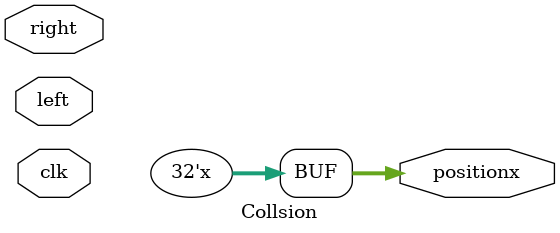
<source format=v>
`timescale 1ns / 1ps
module Collsion(right,left,positionx,clk);
input right,left;
input [24:0]clk;
output integer positionx;
always @(clk)
	begin
	 if(right == 0  )
	 positionx = positionx+5;
	 else if(left == 0  )
	 positionx = positionx-5;
end

endmodule

</source>
